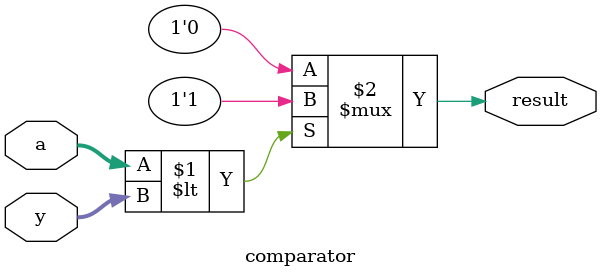
<source format=v>
`timescale 1ns/1ns
module comparator(input [15:0]y, a,output result);
    assign result = (a < y) ? 1'b1 : 1'b0;
endmodule
</source>
